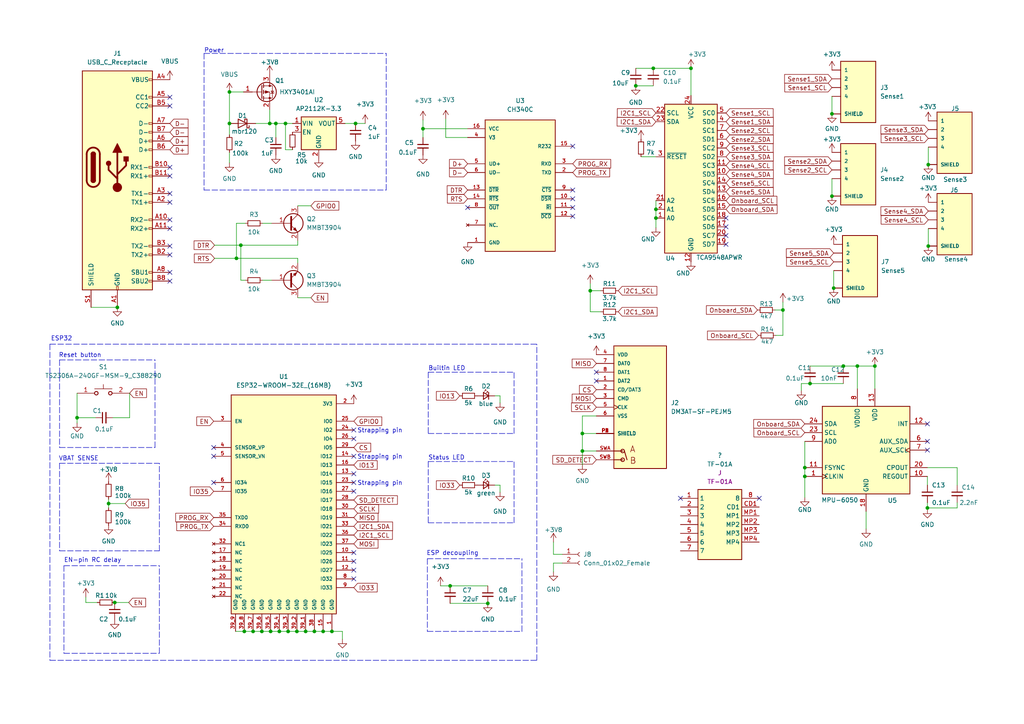
<source format=kicad_sch>
(kicad_sch (version 20211123) (generator eeschema)
  (paper "A4")
  (junction (at 88.646 183.134))
  (junction (at 241.808 83.566))
  (junction (at 34.036 89.154))
  (junction (at 80.01 35.814))
  (junction (at 190.246 63.246))
  (junction (at 141.478 175.006))
  (junction (at 86.106 183.134))
  (junction (at 130.556 169.926))
  (junction (at 241.3 56.896))
  (junction (at 66.548 26.67))
  (junction (at 22.352 121.158))
  (junction (at 168.91 125.73))
  (junction (at 78.486 183.134))
  (junction (at 233.426 138.176))
  (junction (at 96.266 183.134))
  (junction (at 248.666 106.172))
  (junction (at 83.566 183.134))
  (junction (at 66.548 35.814))
  (junction (at 103.124 35.814))
  (junction (at 234.95 111.252))
  (junction (at 269.24 47.752))
  (junction (at 268.986 147.32))
  (junction (at 70.866 183.134))
  (junction (at 69.85 71.12))
  (junction (at 82.804 35.814))
  (junction (at 68.58 74.93))
  (junction (at 244.602 106.172))
  (junction (at 269.24 71.374))
  (junction (at 31.496 146.05))
  (junction (at 33.274 174.752))
  (junction (at 73.406 183.134))
  (junction (at 227.076 89.916))
  (junction (at 171.196 84.328))
  (junction (at 78.232 35.814))
  (junction (at 233.426 135.636))
  (junction (at 93.726 183.134))
  (junction (at 253.746 106.172))
  (junction (at 122.682 37.338))
  (junction (at 200.406 19.812))
  (junction (at 91.186 183.134))
  (junction (at 241.3 33.02))
  (junction (at 184.404 24.892))
  (junction (at 81.026 183.134))
  (junction (at 190.246 60.706))
  (junction (at 189.484 19.812))
  (junction (at 168.91 130.81))
  (junction (at 75.946 183.134))
  (no_connect (at 172.974 107.95))
  (no_connect (at 268.986 130.556))
  (no_connect (at 102.616 127.254))
  (no_connect (at 172.974 110.49))
  (no_connect (at 102.616 132.334))
  (no_connect (at 61.976 132.334))
  (no_connect (at 49.276 51.054))
  (no_connect (at 102.616 160.274))
  (no_connect (at 135.636 60.198))
  (no_connect (at 49.276 48.514))
  (no_connect (at 197.358 144.526))
  (no_connect (at 49.276 66.294))
  (no_connect (at 220.218 144.526))
  (no_connect (at 49.276 28.194))
  (no_connect (at 49.276 78.994))
  (no_connect (at 102.616 124.714))
  (no_connect (at 49.276 81.534))
  (no_connect (at 102.616 167.894))
  (no_connect (at 61.976 139.954))
  (no_connect (at 49.276 73.914))
  (no_connect (at 61.976 129.794))
  (no_connect (at 166.116 60.198))
  (no_connect (at 49.276 71.374))
  (no_connect (at 268.986 122.936))
  (no_connect (at 102.616 165.354))
  (no_connect (at 210.566 65.786))
  (no_connect (at 102.616 137.414))
  (no_connect (at 210.566 63.246))
  (no_connect (at 166.116 42.418))
  (no_connect (at 49.276 56.134))
  (no_connect (at 102.616 139.954))
  (no_connect (at 166.116 62.738))
  (no_connect (at 102.616 142.494))
  (no_connect (at 210.566 68.326))
  (no_connect (at 49.276 58.674))
  (no_connect (at 210.566 70.866))
  (no_connect (at 49.276 30.734))
  (no_connect (at 166.116 55.118))
  (no_connect (at 268.986 128.016))
  (no_connect (at 166.116 57.658))
  (no_connect (at 49.276 63.754))
  (no_connect (at 102.616 162.814))
  (polyline (pts (xy 46.228 159.766) (xy 46.228 134.366)))
  (wire (pts (xy 145.034 114.808) (xy 145.034 116.84)))
  (wire (pts (xy 68.58 74.93) (xy 86.36 74.93)))
  (wire (pts (xy 70.612 26.67) (xy 66.548 26.67)))
  (wire (pts (xy 143.51 140.716) (xy 145.034 140.716)))
  (wire (pts (xy 27.686 121.158) (xy 22.352 121.158)))
  (wire (pts (xy 190.246 60.706) (xy 190.246 63.246)))
  (wire (pts (xy 232.41 111.252) (xy 232.41 113.284)))
  (wire (pts (xy 62.23 74.93) (xy 68.58 74.93)))
  (wire (pts (xy 171.196 84.328) (xy 174.244 84.328)))
  (wire (pts (xy 78.232 35.814) (xy 78.232 31.75)))
  (wire (pts (xy 73.406 183.134) (xy 75.946 183.134)))
  (wire (pts (xy 22.352 114.046) (xy 22.352 121.158)))
  (wire (pts (xy 32.766 121.158) (xy 37.592 121.158)))
  (wire (pts (xy 122.682 37.338) (xy 135.636 37.338)))
  (wire (pts (xy 168.91 120.65) (xy 168.91 125.73)))
  (wire (pts (xy 84.836 43.434) (xy 82.804 43.434)))
  (wire (pts (xy 31.496 146.05) (xy 36.322 146.05)))
  (polyline (pts (xy 17.272 104.394) (xy 17.272 129.794)))
  (wire (pts (xy 171.196 90.424) (xy 174.244 90.424)))
  (polyline (pts (xy 124.206 151.638) (xy 149.098 151.638)))
  (wire (pts (xy 31.496 146.05) (xy 31.496 147.32)))
  (wire (pts (xy 277.622 145.796) (xy 277.622 147.32)))
  (wire (pts (xy 143.51 114.808) (xy 145.034 114.808)))
  (polyline (pts (xy 151.384 183.134) (xy 151.384 162.052)))
  (polyline (pts (xy 59.182 15.494) (xy 112.014 15.494)))
  (wire (pts (xy 82.804 43.434) (xy 82.804 35.814)))
  (wire (pts (xy 200.406 19.812) (xy 200.406 27.686)))
  (wire (pts (xy 129.286 39.878) (xy 129.286 34.544)))
  (wire (pts (xy 62.23 71.12) (xy 69.85 71.12)))
  (wire (pts (xy 86.36 86.36) (xy 90.17 86.36)))
  (wire (pts (xy 86.106 183.134) (xy 88.646 183.134)))
  (polyline (pts (xy 123.952 183.134) (xy 151.384 183.134)))
  (wire (pts (xy 66.548 44.196) (xy 66.548 47.244)))
  (polyline (pts (xy 124.206 107.95) (xy 124.206 125.73)))
  (wire (pts (xy 91.186 183.134) (xy 93.726 183.134)))
  (wire (pts (xy 68.326 183.134) (xy 70.866 183.134)))
  (wire (pts (xy 172.974 130.81) (xy 168.91 130.81)))
  (polyline (pts (xy 123.952 162.052) (xy 123.952 183.134)))
  (wire (pts (xy 277.622 135.636) (xy 277.622 140.716)))
  (wire (pts (xy 269.24 42.672) (xy 269.24 47.752)))
  (wire (pts (xy 225.044 97.282) (xy 227.076 97.282)))
  (wire (pts (xy 268.986 135.636) (xy 277.622 135.636)))
  (wire (pts (xy 171.196 84.328) (xy 171.196 90.424)))
  (wire (pts (xy 130.556 175.006) (xy 141.478 175.006)))
  (wire (pts (xy 160.528 163.322) (xy 163.068 163.322)))
  (wire (pts (xy 86.36 71.12) (xy 86.36 69.85)))
  (polyline (pts (xy 18.542 164.084) (xy 18.542 189.484)))
  (wire (pts (xy 74.168 35.814) (xy 78.232 35.814)))
  (wire (pts (xy 33.274 174.752) (xy 37.338 174.752)))
  (wire (pts (xy 86.36 74.93) (xy 86.36 76.2)))
  (wire (pts (xy 160.528 165.862) (xy 160.528 163.322)))
  (polyline (pts (xy 59.182 55.118) (xy 112.014 55.118)))
  (wire (pts (xy 86.36 59.69) (xy 90.17 59.69)))
  (wire (pts (xy 185.928 45.466) (xy 190.246 45.466)))
  (wire (pts (xy 184.404 24.892) (xy 189.484 24.892)))
  (wire (pts (xy 83.566 183.134) (xy 86.106 183.134)))
  (polyline (pts (xy 149.098 151.638) (xy 149.098 133.858)))
  (polyline (pts (xy 14.478 99.822) (xy 155.702 99.822)))
  (wire (pts (xy 248.666 106.172) (xy 253.746 106.172)))
  (polyline (pts (xy 17.272 134.366) (xy 46.228 134.366)))
  (wire (pts (xy 99.314 183.134) (xy 99.314 185.42)))
  (wire (pts (xy 22.352 121.158) (xy 22.352 122.682)))
  (polyline (pts (xy 124.206 107.95) (xy 149.098 107.95)))
  (wire (pts (xy 233.426 135.636) (xy 233.426 138.176)))
  (wire (pts (xy 24.892 173.228) (xy 24.892 174.752)))
  (polyline (pts (xy 18.542 189.484) (xy 46.228 189.484)))
  (wire (pts (xy 189.484 19.812) (xy 200.406 19.812)))
  (wire (pts (xy 145.034 140.716) (xy 145.034 142.748)))
  (wire (pts (xy 130.556 169.926) (xy 141.478 169.926)))
  (wire (pts (xy 103.124 35.814) (xy 105.918 35.814)))
  (wire (pts (xy 71.12 64.77) (xy 68.58 64.77)))
  (wire (pts (xy 244.602 106.172) (xy 248.666 106.172)))
  (wire (pts (xy 68.58 64.77) (xy 68.58 74.93)))
  (polyline (pts (xy 155.702 191.516) (xy 155.702 99.822)))
  (wire (pts (xy 80.01 35.814) (xy 82.804 35.814)))
  (wire (pts (xy 100.076 35.814) (xy 103.124 35.814)))
  (wire (pts (xy 253.746 106.172) (xy 253.746 112.776)))
  (wire (pts (xy 248.666 112.776) (xy 248.666 106.172)))
  (polyline (pts (xy 14.478 191.516) (xy 155.702 191.516)))
  (polyline (pts (xy 149.098 125.73) (xy 149.098 107.95)))
  (wire (pts (xy 122.682 34.798) (xy 122.682 37.338)))
  (polyline (pts (xy 124.206 133.858) (xy 149.098 133.858)))
  (polyline (pts (xy 123.952 162.052) (xy 151.384 162.052)))
  (wire (pts (xy 81.026 183.134) (xy 83.566 183.134)))
  (wire (pts (xy 69.85 81.28) (xy 69.85 71.12)))
  (wire (pts (xy 234.95 111.252) (xy 232.41 111.252)))
  (wire (pts (xy 269.24 66.294) (xy 269.24 71.374)))
  (wire (pts (xy 24.892 174.752) (xy 28.194 174.752)))
  (polyline (pts (xy 44.958 129.794) (xy 44.958 104.394)))
  (wire (pts (xy 234.95 106.172) (xy 244.602 106.172)))
  (wire (pts (xy 37.592 114.046) (xy 37.592 121.158)))
  (wire (pts (xy 172.974 120.65) (xy 168.91 120.65)))
  (wire (pts (xy 241.3 27.94) (xy 241.3 33.02)))
  (wire (pts (xy 66.548 26.67) (xy 66.548 35.814)))
  (wire (pts (xy 70.866 183.134) (xy 73.406 183.134)))
  (wire (pts (xy 88.646 183.134) (xy 91.186 183.134)))
  (polyline (pts (xy 59.182 15.494) (xy 59.182 55.118)))
  (wire (pts (xy 66.548 35.814) (xy 66.548 39.116)))
  (wire (pts (xy 168.91 130.81) (xy 168.91 134.874)))
  (wire (pts (xy 76.2 81.28) (xy 78.74 81.28)))
  (polyline (pts (xy 112.014 55.118) (xy 112.014 15.494)))
  (wire (pts (xy 268.986 138.176) (xy 268.986 140.716)))
  (wire (pts (xy 233.426 138.176) (xy 233.426 144.272)))
  (wire (pts (xy 251.206 148.336) (xy 251.206 153.416)))
  (wire (pts (xy 93.726 183.134) (xy 96.266 183.134)))
  (wire (pts (xy 184.404 19.812) (xy 189.484 19.812)))
  (wire (pts (xy 227.076 87.63) (xy 227.076 89.916)))
  (wire (pts (xy 190.246 58.166) (xy 190.246 60.706)))
  (wire (pts (xy 190.246 63.246) (xy 190.246 66.04)))
  (polyline (pts (xy 17.272 129.794) (xy 44.958 129.794)))
  (wire (pts (xy 135.636 39.878) (xy 129.286 39.878)))
  (polyline (pts (xy 124.206 125.73) (xy 149.098 125.73)))
  (wire (pts (xy 268.986 147.32) (xy 268.986 145.796)))
  (wire (pts (xy 71.12 81.28) (xy 69.85 81.28)))
  (wire (pts (xy 277.622 147.32) (xy 268.986 147.32)))
  (wire (pts (xy 75.946 183.134) (xy 78.486 183.134)))
  (wire (pts (xy 224.79 89.916) (xy 227.076 89.916)))
  (wire (pts (xy 241.3 51.816) (xy 241.3 56.896)))
  (wire (pts (xy 122.682 37.338) (xy 122.682 39.878)))
  (polyline (pts (xy 17.272 104.394) (xy 44.958 104.394)))
  (wire (pts (xy 168.91 125.73) (xy 168.91 130.81)))
  (wire (pts (xy 76.2 64.77) (xy 78.74 64.77)))
  (polyline (pts (xy 18.542 164.084) (xy 46.228 164.084)))
  (wire (pts (xy 31.496 144.78) (xy 31.496 146.05)))
  (polyline (pts (xy 124.206 133.858) (xy 124.206 151.638)))
  (wire (pts (xy 268.986 147.701) (xy 268.986 147.32)))
  (wire (pts (xy 160.528 157.226) (xy 160.528 160.782)))
  (wire (pts (xy 171.196 82.296) (xy 171.196 84.328)))
  (wire (pts (xy 78.232 35.814) (xy 80.01 35.814)))
  (wire (pts (xy 69.85 71.12) (xy 86.36 71.12)))
  (wire (pts (xy 78.486 183.134) (xy 81.026 183.134)))
  (polyline (pts (xy 17.272 159.766) (xy 46.228 159.766)))
  (wire (pts (xy 160.528 160.782) (xy 163.068 160.782)))
  (wire (pts (xy 227.076 97.282) (xy 227.076 89.916)))
  (wire (pts (xy 80.01 35.814) (xy 80.01 39.878)))
  (wire (pts (xy 127.762 169.926) (xy 130.556 169.926)))
  (wire (pts (xy 233.426 128.016) (xy 233.426 135.636)))
  (polyline (pts (xy 46.228 189.484) (xy 46.228 164.084)))
  (wire (pts (xy 82.804 35.814) (xy 84.836 35.814)))
  (polyline (pts (xy 17.272 134.366) (xy 17.272 159.766)))
  (wire (pts (xy 168.91 125.73) (xy 172.974 125.73)))
  (polyline (pts (xy 14.478 99.822) (xy 14.478 191.516)))
  (wire (pts (xy 234.95 111.252) (xy 244.602 111.252)))
  (wire (pts (xy 26.416 89.154) (xy 34.036 89.154)))
  (wire (pts (xy 96.266 183.134) (xy 99.314 183.134)))
  (wire (pts (xy 241.808 78.486) (xy 241.808 83.566)))
  (text "Builtin LED\n" (at 124.206 107.696 0) (effects (font (size 1.27 1.27)) (justify left bottom)))
  (text "Strapping pin\n" (at 103.632 133.35 0) (effects (font (size 1.27 1.27)) (justify left bottom)))
  (text "Strapping pin\n" (at 103.632 125.73 0) (effects (font (size 1.27 1.27)) (justify left bottom)))
  (text "Status LED\n" (at 124.206 133.604 0) (effects (font (size 1.27 1.27)) (justify left bottom)))
  (text "ESP decoupling\n" (at 123.698 161.29 0) (effects (font (size 1.27 1.27)) (justify left bottom)))
  (text "Strapping pin\n" (at 103.632 140.97 0) (effects (font (size 1.27 1.27)) (justify left bottom)))
  (text "EN-pin RC delay\n" (at 18.542 163.322 0) (effects (font (size 1.27 1.27)) (justify left bottom)))
  (text "VBAT SENSE\n\n" (at 17.018 135.89 0) (effects (font (size 1.27 1.27)) (justify left bottom)))
  (text "Reset button\n" (at 17.018 103.886 0) (effects (font (size 1.27 1.27)) (justify left bottom)))
  (text "ESP32\n" (at 14.732 99.06 0) (effects (font (size 1.27 1.27)) (justify left bottom)))
  (text "Power\n" (at 59.182 15.494 0) (effects (font (size 1.27 1.27)) (justify left bottom)))
  (global_label "D+" (shape input) (at 49.276 43.434 0) (property "Intersheet References" "${INTERSHEET_REFS}" (effects hide)))
  (global_label "RTS" (shape input) (at 62.23 74.93 180) (property "Intersheet References" "${INTERSHEET_REFS}" (effects hide)))
  (global_label "PROG_RX" (shape input) (at 61.976 150.114 180) (property "Intersheet References" "${INTERSHEET_REFS}" (effects hide)))
  (global_label "I2C1_SDA" (shape input) (at 102.616 152.654 0) (property "Intersheet References" "${INTERSHEET_REFS}" (effects hide)))
  (global_label "IO13" (shape input) (at 133.35 114.808 180) (property "Intersheet References" "${INTERSHEET_REFS}" (effects hide)))
  (global_label "MISO" (shape input) (at 102.616 150.114 0) (property "Intersheet References" "${INTERSHEET_REFS}" (effects hide)))
  (global_label "Onboard_SCL" (shape input) (at 219.964 97.282 180) (property "Intersheet References" "${INTERSHEET_REFS}" (effects hide)))
  (global_label "SD_DETECT" (shape input) (at 102.616 145.034 0) (property "Intersheet References" "${INTERSHEET_REFS}" (effects hide)))
  (global_label "PROG_TX" (shape input) (at 166.116 50.038 0) (property "Intersheet References" "${INTERSHEET_REFS}" (effects hide)))
  (global_label "D+" (shape input) (at 135.636 47.498 180) (property "Intersheet References" "${INTERSHEET_REFS}" (effects hide)))
  (global_label "SCLK" (shape input) (at 102.616 147.574 0) (property "Intersheet References" "${INTERSHEET_REFS}" (effects hide)))
  (global_label "Sense1_SCL" (shape input) (at 241.3 25.4 180) (property "Intersheet References" "${INTERSHEET_REFS}" (effects hide)))
  (global_label "Onboard_SCL" (shape input) (at 233.426 125.476 180) (property "Intersheet References" "${INTERSHEET_REFS}" (effects hide)))
  (global_label "Sense5_SDA" (shape input) (at 210.566 55.626 0) (property "Intersheet References" "${INTERSHEET_REFS}" (effects hide)))
  (global_label "Onboard_SDA" (shape input) (at 210.566 60.706 0) (property "Intersheet References" "${INTERSHEET_REFS}" (effects hide)))
  (global_label "EN" (shape input) (at 90.17 86.36 0) (property "Intersheet References" "${INTERSHEET_REFS}" (effects hide)))
  (global_label "Sense4_SDA" (shape input) (at 269.24 61.214 180) (property "Intersheet References" "${INTERSHEET_REFS}" (effects hide)))
  (global_label "Sense4_SCL" (shape input) (at 210.566 48.006 0) (property "Intersheet References" "${INTERSHEET_REFS}" (effects hide)))
  (global_label "Onboard_SDA" (shape input) (at 219.71 89.916 180) (property "Intersheet References" "${INTERSHEET_REFS}" (effects hide)))
  (global_label "I2C1_SCL" (shape input) (at 102.616 155.194 0) (property "Intersheet References" "${INTERSHEET_REFS}" (effects hide)))
  (global_label "Sense5_SCL" (shape input) (at 210.566 53.086 0) (property "Intersheet References" "${INTERSHEET_REFS}" (effects hide)))
  (global_label "CS" (shape input) (at 172.974 113.03 180) (property "Intersheet References" "${INTERSHEET_REFS}" (effects hide)))
  (global_label "Sense3_SDA" (shape input) (at 210.566 45.466 0) (property "Intersheet References" "${INTERSHEET_REFS}" (effects hide)))
  (global_label "Sense2_SCL" (shape input) (at 210.566 37.846 0) (property "Intersheet References" "${INTERSHEET_REFS}" (effects hide)))
  (global_label "Sense1_SDA" (shape input) (at 241.3 22.86 180) (property "Intersheet References" "${INTERSHEET_REFS}" (effects hide)))
  (global_label "IO33" (shape input) (at 102.616 170.434 0) (property "Intersheet References" "${INTERSHEET_REFS}" (effects hide)))
  (global_label "RTS" (shape input) (at 135.636 57.658 180) (property "Intersheet References" "${INTERSHEET_REFS}" (effects hide)))
  (global_label "DTR" (shape input) (at 135.636 55.118 180) (property "Intersheet References" "${INTERSHEET_REFS}" (effects hide)))
  (global_label "Sense3_SCL" (shape input) (at 269.24 40.132 180) (property "Intersheet References" "${INTERSHEET_REFS}" (effects hide)))
  (global_label "GPIO0" (shape input) (at 90.17 59.69 0) (property "Intersheet References" "${INTERSHEET_REFS}" (effects hide)))
  (global_label "Onboard_SCL" (shape input) (at 210.566 58.166 0) (property "Intersheet References" "${INTERSHEET_REFS}" (effects hide)))
  (global_label "Sense4_SDA" (shape input) (at 210.566 50.546 0) (property "Intersheet References" "${INTERSHEET_REFS}" (effects hide)))
  (global_label "DTR" (shape input) (at 62.23 71.12 180) (property "Intersheet References" "${INTERSHEET_REFS}" (effects hide)))
  (global_label "SD_DETECT" (shape input) (at 172.974 133.35 180) (property "Intersheet References" "${INTERSHEET_REFS}" (effects hide)))
  (global_label "Sense3_SCL" (shape input) (at 210.566 42.926 0) (property "Intersheet References" "${INTERSHEET_REFS}" (effects hide)))
  (global_label "Sense5_SCL" (shape input) (at 241.808 75.946 180) (property "Intersheet References" "${INTERSHEET_REFS}" (effects hide)))
  (global_label "IO13" (shape input) (at 102.616 134.874 0) (property "Intersheet References" "${INTERSHEET_REFS}" (effects hide)))
  (global_label "SCLK" (shape input) (at 172.974 118.11 180) (property "Intersheet References" "${INTERSHEET_REFS}" (effects hide)))
  (global_label "EN" (shape input) (at 61.976 122.174 180) (property "Intersheet References" "${INTERSHEET_REFS}" (effects hide)))
  (global_label "Onboard_SDA" (shape input) (at 233.426 122.936 180) (property "Intersheet References" "${INTERSHEET_REFS}" (effects hide)))
  (global_label "IO35" (shape input) (at 36.322 146.05 0) (property "Intersheet References" "${INTERSHEET_REFS}" (effects hide)))
  (global_label "EN" (shape input) (at 37.592 114.046 0) (property "Intersheet References" "${INTERSHEET_REFS}" (effects hide)))
  (global_label "D-" (shape input) (at 49.276 38.354 0) (property "Intersheet References" "${INTERSHEET_REFS}" (effects hide)))
  (global_label "Sense5_SDA" (shape input) (at 241.808 73.406 180) (property "Intersheet References" "${INTERSHEET_REFS}" (effects hide)))
  (global_label "PROG_TX" (shape input) (at 61.976 152.654 180) (property "Intersheet References" "${INTERSHEET_REFS}" (effects hide)))
  (global_label "I2C1_SDA" (shape input) (at 190.246 35.306 180) (property "Intersheet References" "${INTERSHEET_REFS}" (effects hide)))
  (global_label "D+" (shape input) (at 49.276 40.894 0) (property "Intersheet References" "${INTERSHEET_REFS}" (effects hide)))
  (global_label "GPIO0" (shape input) (at 102.616 122.174 0) (property "Intersheet References" "${INTERSHEET_REFS}" (effects hide)))
  (global_label "I2C1_SCL" (shape input) (at 179.324 84.328 0) (property "Intersheet References" "${INTERSHEET_REFS}" (effects hide)))
  (global_label "I2C1_SCL" (shape input) (at 190.246 32.766 180) (property "Intersheet References" "${INTERSHEET_REFS}" (effects hide)))
  (global_label "Sense2_SCL" (shape input) (at 241.3 49.276 180) (property "Intersheet References" "${INTERSHEET_REFS}" (effects hide)))
  (global_label "Sense1_SDA" (shape input) (at 210.566 35.306 0) (property "Intersheet References" "${INTERSHEET_REFS}" (effects hide)))
  (global_label "Sense4_SCL" (shape input) (at 269.24 63.754 180) (property "Intersheet References" "${INTERSHEET_REFS}" (effects hide)))
  (global_label "D-" (shape input) (at 49.276 35.814 0) (property "Intersheet References" "${INTERSHEET_REFS}" (effects hide)))
  (global_label "CS" (shape input) (at 102.616 129.794 0) (property "Intersheet References" "${INTERSHEET_REFS}" (effects hide)))
  (global_label "MOSI" (shape input) (at 102.616 157.734 0) (property "Intersheet References" "${INTERSHEET_REFS}" (effects hide)))
  (global_label "Sense3_SDA" (shape input) (at 269.24 37.592 180) (property "Intersheet References" "${INTERSHEET_REFS}" (effects hide)))
  (global_label "I2C1_SDA" (shape input) (at 179.324 90.424 0) (property "Intersheet References" "${INTERSHEET_REFS}" (effects hide)))
  (global_label "IO33" (shape input) (at 133.35 140.716 180) (property "Intersheet References" "${INTERSHEET_REFS}" (effects hide)))
  (global_label "Sense2_SDA" (shape input) (at 241.3 46.736 180) (property "Intersheet References" "${INTERSHEET_REFS}" (effects hide)))
  (global_label "EN" (shape input) (at 37.338 174.752 0) (property "Intersheet References" "${INTERSHEET_REFS}" (effects hide)))
  (global_label "MOSI" (shape input) (at 172.974 115.57 180) (property "Intersheet References" "${INTERSHEET_REFS}" (effects hide)))
  (global_label "D-" (shape input) (at 135.636 50.038 180) (property "Intersheet References" "${INTERSHEET_REFS}" (effects hide)))
  (global_label "IO35" (shape input) (at 61.976 142.494 180) (property "Intersheet References" "${INTERSHEET_REFS}" (effects hide)))
  (global_label "Sense2_SDA" (shape input) (at 210.566 40.386 0) (property "Intersheet References" "${INTERSHEET_REFS}" (effects hide)))
  (global_label "PROG_RX" (shape input) (at 166.116 47.498 0) (property "Intersheet References" "${INTERSHEET_REFS}" (effects hide)))
  (global_label "Sense1_SCL" (shape input) (at 210.566 32.766 0) (property "Intersheet References" "${INTERSHEET_REFS}" (effects hide)))
  (global_label "MISO" (shape input) (at 172.974 105.41 180) (property "Intersheet References" "${INTERSHEET_REFS}" (effects hide)))
  (symbol (lib_id "Connector:Conn_01x02_Female") (at 168.148 160.782 0) (unit 1)
    (property "Reference" "J8" (at 169.164 160.7819 0) (effects (justify left)))
    (property "Value" "Conn_01x02_Female" (at 169.164 163.3219 0) (effects (justify left)))
    (property "Footprint" "lib_fp:HX25003-2AWB" (effects hide))
  )
  (symbol (lib_id "power:+3V3") (at 269.24 58.674 0) (unit 1)
    (property "Reference" "#PWR035" (effects hide))
    (property "Value" "+3V3" (at 269.24 54.61 0))
  )
  (symbol (lib_id "SM04B-SRSS-TB_LF__SN_:SM04B-SRSS-TB(LF)(SN)") (at 276.86 40.132 0) (unit 1)
    (property "Reference" "J5" (at 275.844 31.496 0) (effects (justify left)))
    (property "Value" "Sense3" (at 273.558 52.07 0) (effects (justify left)))
    (property "Footprint" "lib_fp:JST_SM04B-SRSS-TB(LF)(SN)" (effects hide))
    (property "MANUFACTURER" "JST" (effects hide))
    (property "STANDARD" "Manufacturer recommendations" (effects hide))
  )
  (symbol (lib_id "power:GND") (at 190.246 66.04 0) (unit 1)
    (property "Reference" "#PWR026" (effects hide))
    (property "Value" "GND" (at 187.96 69.342 0))
  )
  (symbol (lib_id "Device:R_Small") (at 73.66 64.77 90) (unit 1)
    (property "Reference" "R3" (at 73.66 62.23 90))
    (property "Value" "10k" (at 73.66 67.31 90))
    (property "Footprint" "Resistor_SMD:R_0603_1608Metric" (effects hide))
  )
  (symbol (lib_id "power:GND") (at 66.548 47.244 0) (unit 1)
    (property "Reference" "#PWR07" (effects hide))
    (property "Value" "GND" (at 66.548 51.816 0))
  )
  (symbol (lib_id "Device:LED_Small") (at 140.97 114.808 0) (mirror y) (unit 1)
    (property "Reference" "D2" (at 140.97 112.014 0))
    (property "Value" "blue" (at 140.97 117.094 0))
    (property "Footprint" "LED_SMD:LED_0603_1608Metric" (effects hide))
  )
  (symbol (lib_id "power:GND") (at 145.034 142.748 0) (mirror y) (unit 1)
    (property "Reference" "#PWR041" (effects hide))
    (property "Value" "GND" (at 145.034 148.336 0))
  )
  (symbol (lib_id "power:GND") (at 135.636 70.358 0) (mirror y) (unit 1)
    (property "Reference" "#PWR019" (effects hide))
    (property "Value" "GND" (at 135.636 75.946 0))
  )
  (symbol (lib_id "power:GND") (at 251.206 153.416 0) (unit 1)
    (property "Reference" "#PWR043" (effects hide))
    (property "Value" "GND" (at 251.206 157.861 0))
  )
  (symbol (lib_id "power:+3V3") (at 24.892 173.228 0) (unit 1)
    (property "Reference" "#PWR01" (effects hide))
    (property "Value" "+3V3" (at 24.892 169.164 0))
  )
  (symbol (lib_id "power:+3V3") (at 241.3 44.196 0) (unit 1)
    (property "Reference" "#PWR031" (effects hide))
    (property "Value" "+3V3" (at 241.3 40.386 0))
  )
  (symbol (lib_id "Device:C_Small") (at 244.602 108.712 0) (unit 1)
    (property "Reference" "C12" (at 241.046 107.188 0) (effects (justify left)))
    (property "Value" "10nF" (at 237.998 109.728 0) (effects (justify left)))
    (property "Footprint" "Capacitor_SMD:C_0603_1608Metric" (effects hide))
  )
  (symbol (lib_id "Device:C_Small") (at 234.95 108.712 0) (unit 1)
    (property "Reference" "C11" (at 231.394 106.68 0) (effects (justify left)))
    (property "Value" "0.1uF" (at 227.838 109.728 0) (effects (justify left)))
    (property "Footprint" "Capacitor_SMD:C_0603_1608Metric" (effects hide))
  )
  (symbol (lib_id "power:GND") (at 269.24 47.752 0) (unit 1)
    (property "Reference" "#PWR034" (effects hide))
    (property "Value" "GND" (at 269.24 51.562 0))
  )
  (symbol (lib_id "Device:R_Small") (at 176.784 84.328 90) (unit 1)
    (property "Reference" "R11" (at 176.784 82.296 90))
    (property "Value" "3.7k" (at 176.784 86.36 90))
    (property "Footprint" "Resistor_SMD:R_0603_1608Metric" (effects hide))
  )
  (symbol (lib_id "Device:R_Small") (at 185.928 42.926 0) (unit 1)
    (property "Reference" "R7" (at 187.452 41.6559 0) (effects (justify left)))
    (property "Value" "7k" (at 187.452 44.1959 0) (effects (justify left)))
    (property "Footprint" "Resistor_SMD:R_0603_1608Metric" (effects hide))
  )
  (symbol (lib_id "Device:LED_Small") (at 140.97 140.716 0) (mirror y) (unit 1)
    (property "Reference" "D3" (at 140.97 137.922 0))
    (property "Value" "green" (at 140.97 143.002 0))
    (property "Footprint" "LED_SMD:LED_0603_1608Metric" (effects hide))
  )
  (symbol (lib_id "power:+3V3") (at 253.746 106.172 0) (unit 1)
    (property "Reference" "#PWR045" (effects hide))
    (property "Value" "+3V3" (at 253.746 102.108 0))
  )
  (symbol (lib_id "Connector:USB_C_Receptacle") (at 34.036 48.514 0) (unit 1)
    (property "Reference" "J1" (at 34.036 15.494 0))
    (property "Value" "USB_C_Receptacle" (at 34.036 18.034 0))
    (property "Footprint" "lib_fp:TYPE-C-31-M-14" (effects hide))
    (property "Datasheet" "https://www.usb.org/sites/default/files/documents/usb_type-c.zip" (effects hide))
  )
  (symbol (lib_id "Device:C_Small") (at 141.478 172.466 0) (unit 1)
    (property "Reference" "C8" (at 144.526 171.2022 0) (effects (justify left)))
    (property "Value" "0.1uF" (at 144.526 173.7422 0) (effects (justify left)))
    (property "Footprint" "Capacitor_SMD:C_0603_1608Metric" (effects hide))
  )
  (symbol (lib_id "Device:C_Small") (at 189.484 22.352 0) (unit 1)
    (property "Reference" "C10" (at 192.278 21.0882 0) (effects (justify left)))
    (property "Value" "0.1uF" (at 192.278 23.6282 0) (effects (justify left)))
    (property "Footprint" "Capacitor_SMD:C_0603_1608Metric" (effects hide))
  )
  (symbol (lib_id "TF-01A:TF-01A") (at 197.358 144.526 0) (unit 1)
    (property "Reference" "?" (at 208.788 132.08 0))
    (property "Value" "TF-01A" (at 208.788 134.62 0))
    (property "Reference_1" "J" (at 208.788 137.16 0))
    (property "Value_1" "TF-01A" (at 208.788 139.7 0))
    (property "Footprint_1" "TF01A" (effects hide))
    (property "Datasheet_1" "https://datasheet.lcsc.com/szlcsc/1903221101_Korean-Hroparts-Elec-TF-01A_C91145.pdf" (effects hide))
    (property "Height" "1.85" (effects hide))
    (property "Manufacturer_Name" "Korean Hroparts Elec" (effects hide))
    (property "Manufacturer_Part_Number" "TF-01A" (effects hide))
  )
  (symbol (lib_id "power:VBUS") (at 49.276 23.114 0) (unit 1)
    (property "Reference" "#PWR05" (effects hide))
    (property "Value" "VBUS" (at 49.276 17.78 0))
  )
  (symbol (lib_id "Device:C_Small") (at 80.01 42.418 0) (unit 1)
    (property "Reference" "C3" (at 76.708 40.64 0) (effects (justify left)))
    (property "Value" "1uF" (at 75.692 44.45 0) (effects (justify left)))
    (property "Footprint" "Capacitor_SMD:C_0603_1608Metric" (effects hide))
  )
  (symbol (lib_id "power:VBUS") (at 66.548 26.67 0) (unit 1)
    (property "Reference" "#PWR06" (effects hide))
    (property "Value" "VBUS" (at 66.548 21.59 0))
  )
  (symbol (lib_id "power:GND") (at 141.478 175.006 0) (unit 1)
    (property "Reference" "#PWR020" (effects hide))
    (property "Value" "GND" (at 141.478 179.578 0))
  )
  (symbol (lib_id "power:+3V3") (at 227.076 87.63 0) (unit 1)
    (property "Reference" "#PWR08" (effects hide))
    (property "Value" "+3V3" (at 230.632 86.614 0))
  )
  (symbol (lib_id "power:GND") (at 241.808 83.566 0) (unit 1)
    (property "Reference" "#PWR038" (effects hide))
    (property "Value" "GND" (at 241.808 87.376 0))
  )
  (symbol (lib_id "Device:R_Small") (at 222.504 97.282 270) (unit 1)
    (property "Reference" "R14" (at 222.504 95.504 90))
    (property "Value" "4k7" (at 222.504 99.06 90))
    (property "Footprint" "Resistor_SMD:R_0603_1608Metric" (effects hide))
  )
  (symbol (lib_id "power:+3V8") (at 31.496 139.7 0) (unit 1)
    (property "Reference" "#PWR0101" (effects hide))
    (property "Value" "+3V8" (at 31.496 136.144 0))
  )
  (symbol (lib_id "power:GND") (at 22.352 122.682 0) (unit 1)
    (property "Reference" "#PWR02" (effects hide))
    (property "Value" "GND" (at 22.352 126.492 0))
  )
  (symbol (lib_id "Device:C_Small") (at 130.556 172.466 0) (unit 1)
    (property "Reference" "C7" (at 134.112 171.2022 0) (effects (justify left)))
    (property "Value" "22uF" (at 134.112 173.7422 0) (effects (justify left)))
    (property "Footprint" "Capacitor_SMD:C_0603_1608Metric" (effects hide))
  )
  (symbol (lib_id "power:GND") (at 233.426 144.272 0) (unit 1)
    (property "Reference" "#PWR0105" (effects hide))
    (property "Value" "GND" (at 231.394 147.828 0) (effects (justify left)))
  )
  (symbol (lib_id "SM04B-SRSS-TB_LF__SN_:SM04B-SRSS-TB(LF)(SN)") (at 276.86 63.754 0) (unit 1)
    (property "Reference" "J6" (at 275.59 55.118 0) (effects (justify left)))
    (property "Value" "Sense4" (at 273.812 75.184 0) (effects (justify left)))
    (property "Footprint" "lib_fp:JST_SM04B-SRSS-TB(LF)(SN)" (effects hide))
    (property "MANUFACTURER" "JST" (effects hide))
    (property "STANDARD" "Manufacturer recommendations" (effects hide))
  )
  (symbol (lib_id "power:GND") (at 99.314 185.42 0) (unit 1)
    (property "Reference" "#PWR012" (effects hide))
    (property "Value" "GND" (at 99.314 189.992 0))
  )
  (symbol (lib_id "SM04B-SRSS-TB_LF__SN_:SM04B-SRSS-TB(LF)(SN)") (at 248.92 49.276 0) (unit 1)
    (property "Reference" "J4" (at 255.27 49.2759 0) (effects (justify left)))
    (property "Value" "Sense2" (at 255.27 51.8159 0) (effects (justify left)))
    (property "Footprint" "lib_fp:JST_SM04B-SRSS-TB(LF)(SN)" (effects hide))
    (property "MANUFACTURER" "JST" (effects hide))
    (property "STANDARD" "Manufacturer recommendations" (effects hide))
  )
  (symbol (lib_id "power:+3V3") (at 269.24 35.052 0) (unit 1)
    (property "Reference" "#PWR033" (effects hide))
    (property "Value" "+3V3" (at 268.986 30.988 0))
  )
  (symbol (lib_id "power:GND") (at 241.3 33.02 0) (unit 1)
    (property "Reference" "#PWR030" (effects hide))
    (property "Value" "GND" (at 241.3 37.338 0))
  )
  (symbol (lib_id "power:GND") (at 241.3 56.896 0) (unit 1)
    (property "Reference" "#PWR032" (effects hide))
    (property "Value" "GND" (at 241.3 60.706 0))
  )
  (symbol (lib_id "SM04B-SRSS-TB_LF__SN_:SM04B-SRSS-TB(LF)(SN)") (at 248.92 25.4 0) (unit 1)
    (property "Reference" "J3" (at 255.27 25.3999 0) (effects (justify left)))
    (property "Value" "Sense1" (at 255.27 27.9399 0) (effects (justify left)))
    (property "Footprint" "lib_fp:JST_SM04B-SRSS-TB(LF)(SN)" (effects hide))
    (property "MANUFACTURER" "JST" (effects hide))
    (property "STANDARD" "Manufacturer recommendations" (effects hide))
  )
  (symbol (lib_id "Device:D_Schottky") (at 70.358 35.814 180) (unit 1)
    (property "Reference" "D1" (at 70.358 33.528 0))
    (property "Value" "mbr120" (at 70.866 38.1 0))
    (property "Footprint" "Diode_SMD:D_0603_1608Metric" (effects hide))
  )
  (symbol (lib_id "power:GND") (at 232.41 113.284 0) (unit 1)
    (property "Reference" "#PWR039" (effects hide))
    (property "Value" "GND" (at 230.378 116.84 0) (effects (justify left)))
  )
  (symbol (lib_id "Device:R_Small") (at 222.25 89.916 270) (unit 1)
    (property "Reference" "R13" (at 222.25 88.138 90))
    (property "Value" "4k7" (at 222.25 91.694 90))
    (property "Footprint" "Resistor_SMD:R_0603_1608Metric" (effects hide))
  )
  (symbol (lib_id "ESP32-WROOM-32E__16MB_:ESP32-WROOM-32E_(16MB)") (at 82.296 147.574 0) (unit 1)
    (property "Reference" "U1" (at 82.296 109.22 0))
    (property "Value" "ESP32-WROOM-32E_(16MB)" (at 82.296 111.76 0))
    (property "Footprint" "lib_fp:XCVR_ESP32-WROOM-32E_(16MB)" (effects hide))
    (property "MAXIMUM_PACKAGE_HEIGHT" "3.25mm" (effects hide))
    (property "PARTREV" "1.4" (effects hide))
    (property "MANUFACTURER" "Espressif Systems" (effects hide))
    (property "STANDARD" "Manufacturer Recommendations" (effects hide))
  )
  (symbol (lib_id "Regulator_Linear:AP2112K-3.3") (at 92.456 38.354 0) (unit 1)
    (property "Reference" "U2" (at 92.456 28.956 0))
    (property "Value" "AP2112K-3.3" (at 92.456 31.496 0))
    (property "Footprint" "Package_TO_SOT_SMD:SOT-23-5" (effects hide))
    (property "Datasheet" "https://www.diodes.com/assets/Datasheets/AP2112.pdf" (effects hide))
  )
  (symbol (lib_id "TS2306A-240GF-MSM-9_C388290:TS2306A-240GF-MSM-9_C388290") (at 22.352 114.046 0) (unit 1)
    (property "Reference" "S1" (at 29.972 106.426 0))
    (property "Value" "TS2306A-240GF-MSM-9_C388290" (at 29.972 108.966 0))
    (property "Footprint" "lib_fp:TS2306A240GFMSM9_C388290" (effects hide))
    (property "Datasheet" "https://datasheet.lcsc.com/szlcsc/1904241742_SHOU-HAN-TS2306A-240gf-MSM-9_C388290.pdf" (effects hide))
    (property "Description" "Tactile Switches SPST 3.00mm x 2.00mm 0.60mm 10mA @ 5VDC SMD RoHS" (effects hide))
    (property "Height" "1" (effects hide))
    (property "Manufacturer_Name" "Shou Han" (effects hide))
    (property "Manufacturer_Part_Number" "TS2306A-240GF-MSM-9_C388290" (effects hide))
  )
  (symbol (lib_id "Device:R_Small") (at 84.836 40.894 0) (unit 1)
    (property "Reference" "R5" (at 86.106 44.958 0) (effects (justify left)))
    (property "Value" "10k" (at 85.598 46.736 0) (effects (justify left)))
    (property "Footprint" "Resistor_SMD:R_0603_1608Metric" (effects hide))
  )
  (symbol (lib_id "power:+3V3") (at 102.616 117.094 0) (unit 1)
    (property "Reference" "#PWR011" (effects hide))
    (property "Value" "+3V3" (at 102.616 111.506 0))
  )
  (symbol (lib_id "power:+3V3") (at 105.918 35.814 0) (unit 1)
    (property "Reference" "#PWR014" (effects hide))
    (property "Value" "+3V3" (at 105.918 30.226 0))
  )
  (symbol (lib_id "power:GND") (at 184.404 24.892 0) (unit 1)
    (property "Reference" "#PWR025" (effects hide))
    (property "Value" "GND" (at 184.404 29.718 0))
  )
  (symbol (lib_id "Device:C_Small") (at 277.622 143.256 0) (unit 1)
    (property "Reference" "C14" (at 278.892 141.351 0) (effects (justify left)))
    (property "Value" "2.2nF" (at 278.257 145.796 0) (effects (justify left)))
    (property "Footprint" "Capacitor_SMD:C_0603_1608Metric" (effects hide))
  )
  (symbol (lib_id "power:GND") (at 160.528 165.862 0) (unit 1)
    (property "Reference" "#PWR044" (effects hide))
    (property "Value" "GND" (at 160.528 170.942 0))
  )
  (symbol (lib_id "Device:R_Small") (at 31.496 142.24 0) (unit 1)
    (property "Reference" "R8" (at 33.274 141.732 0) (effects (justify left)))
    (property "Value" "100k" (at 33.274 143.764 0) (effects (justify left)))
    (property "Footprint" "Resistor_SMD:R_0603_1608Metric" (effects hide))
  )
  (symbol (lib_id "power:GND") (at 122.682 44.958 0) (unit 1)
    (property "Reference" "#PWR016" (effects hide))
    (property "Value" "GND" (at 122.682 50.546 0))
  )
  (symbol (lib_id "power:GND") (at 80.01 44.958 0) (unit 1)
    (property "Reference" "#PWR09" (effects hide))
    (property "Value" "GND" (at 80.01 49.53 0))
  )
  (symbol (lib_id "power:+3V3") (at 172.974 102.87 0) (unit 1)
    (property "Reference" "#PWR023" (effects hide))
    (property "Value" "+3V3" (at 172.974 97.536 0))
  )
  (symbol (lib_id "Transistor_BJT:MMBT3904") (at 83.82 64.77 0) (unit 1)
    (property "Reference" "Q2" (at 88.9 63.4999 0) (effects (justify left)))
    (property "Value" "MMBT3904" (at 88.9 66.0399 0) (effects (justify left)))
    (property "Footprint" "Package_TO_SOT_SMD:SOT-23" (effects hide))
    (property "Datasheet" "https://www.onsemi.com/pub/Collateral/2N3903-D.PDF" (effects hide))
  )
  (symbol (lib_id "power:GND") (at 34.036 89.154 0) (unit 1)
    (property "Reference" "#PWR04" (effects hide))
    (property "Value" "GND" (at 34.036 93.726 0))
  )
  (symbol (lib_id "Device:R_Small") (at 135.89 114.808 90) (unit 1)
    (property "Reference" "R6" (at 135.89 112.776 90))
    (property "Value" "5k" (at 135.89 116.84 90))
    (property "Footprint" "Resistor_SMD:R_0603_1608Metric" (effects hide))
  )
  (symbol (lib_id "DM3AT-SF-PEJM5:DM3AT-SF-PEJM5") (at 185.674 118.11 0) (unit 1)
    (property "Reference" "J2" (at 194.564 116.8399 0) (effects (justify left)))
    (property "Value" "DM3AT-SF-PEJM5" (at 194.564 119.3799 0) (effects (justify left)))
    (property "Footprint" "lib_fp:HRS_DM3AT-SF-PEJM5" (effects hide))
    (property "DESCRIPTION" "DM3 RA SMT microSD memory card push/push" (effects hide))
    (property "MF" "Hirose" (effects hide))
    (property "AVAILABILITY" "Unavailable" (effects hide))
    (property "PRICE" "None" (effects hide))
    (property "MP" "DM3AT-SF-PEJM5" (effects hide))
    (property "PACKAGE" "None" (effects hide))
  )
  (symbol (lib_id "power:+3V3") (at 241.3 20.32 0) (unit 1)
    (property "Reference" "#PWR029" (effects hide))
    (property "Value" "+3V3" (at 241.3 15.748 0))
  )
  (symbol (lib_id "sensor-rescue:MPU-6050-Sensor_Motion") (at 251.206 130.556 0) (unit 1)
    (property "Reference" "U5" (at 258.826 145.161 0))
    (property "Value" "MPU-6050" (at 243.586 145.034 0))
    (property "Footprint" "Sensor_Motion:InvenSense_QFN-24_4x4mm_P0.5mm" (effects hide))
    (property "Datasheet" "https://store.invensense.com/datasheets/invensense/MPU-6050_DataSheet_V3%204.pdf" (effects hide))
  )
  (symbol (lib_id "Device:C_Small") (at 268.986 143.256 0) (unit 1)
    (property "Reference" "C13" (at 270.256 140.716 0) (effects (justify left)))
    (property "Value" "0.1uF" (at 270.256 145.796 0) (effects (justify left)))
    (property "Footprint" "Capacitor_SMD:C_0603_1608Metric" (effects hide))
  )
  (symbol (lib_id "power:GND") (at 200.406 75.946 0) (unit 1)
    (property "Reference" "#PWR028" (effects hide))
    (property "Value" "GND" (at 198.12 79.248 0))
  )
  (symbol (lib_id "CH340C:CH340C") (at 150.876 55.118 0) (mirror y) (unit 1)
    (property "Reference" "U3" (at 150.876 29.21 0))
    (property "Value" "CH340C" (at 150.876 31.75 0))
    (property "Footprint" "lib_fp:SOIC127P600X180-16N" (effects hide))
    (property "MAXIMUM_PACKAGE_HEIGHT" "1.8 mm" (effects hide))
    (property "PARTREV" "2G" (effects hide))
    (property "STANDARD" "IPC 7351B" (effects hide))
    (property "MANUFACTURER" "WCH" (effects hide))
  )
  (symbol (lib_id "power:+3V3") (at 122.682 34.798 0) (unit 1)
    (property "Reference" "#PWR010" (effects hide))
    (property "Value" "+3V3" (at 122.682 29.21 0))
  )
  (symbol (lib_id "Device:R_Small") (at 31.496 149.86 0) (unit 1)
    (property "Reference" "R9" (at 33.274 149.352 0) (effects (justify left)))
    (property "Value" "100k" (at 33.274 151.384 0) (effects (justify left)))
    (property "Footprint" "Resistor_SMD:R_0603_1608Metric" (effects hide))
  )
  (symbol (lib_id "Device:R_Small") (at 176.784 90.424 90) (unit 1)
    (property "Reference" "R12" (at 176.784 88.392 90))
    (property "Value" "3.7k" (at 176.784 92.456 90))
    (property "Footprint" "Resistor_SMD:R_0603_1608Metric" (effects hide))
  )
  (symbol (lib_id "power:GND") (at 92.456 45.974 0) (unit 1)
    (property "Reference" "#PWR0104" (effects hide))
    (property "Value" "GND" (at 92.456 50.8 0))
  )
  (symbol (lib_id "Device:C_Small") (at 33.274 177.292 0) (unit 1)
    (property "Reference" "C2" (at 28.702 179.578 0) (effects (justify left)))
    (property "Value" "0.1uF" (at 34.29 179.578 0) (effects (justify left)))
    (property "Footprint" "Capacitor_SMD:C_0603_1608Metric" (effects hide))
  )
  (symbol (lib_id "power:+3V3") (at 129.286 34.544 0) (unit 1)
    (property "Reference" "#PWR015" (effects hide))
    (property "Value" "+3V3" (at 129.286 28.956 0))
  )
  (symbol (lib_id "Device:R_Small") (at 66.548 41.656 0) (unit 1)
    (property "Reference" "R2" (at 67.818 41.656 0) (effects (justify left)))
    (property "Value" "100k" (at 67.31 44.45 0) (effects (justify left)))
    (property "Footprint" "Resistor_SMD:R_0603_1608Metric" (effects hide))
  )
  (symbol (lib_id "Device:R_Small") (at 73.66 81.28 90) (unit 1)
    (property "Reference" "R4" (at 73.66 78.74 90))
    (property "Value" "10k" (at 73.66 83.82 90))
    (property "Footprint" "Resistor_SMD:R_0603_1608Metric" (effects hide))
  )
  (symbol (lib_id "Transistor_BJT:MMBT3904") (at 83.82 81.28 0) (mirror x) (unit 1)
    (property "Reference" "Q3" (at 88.9 80.0099 0) (effects (justify left)))
    (property "Value" "MMBT3904" (at 88.9 82.5499 0) (effects (justify left)))
    (property "Footprint" "Package_TO_SOT_SMD:SOT-23" (effects hide))
    (property "Datasheet" "https://www.onsemi.com/pub/Collateral/2N3903-D.PDF" (effects hide))
  )
  (symbol (lib_id "Device:R_Small") (at 30.734 174.752 90) (unit 1)
    (property "Reference" "R1" (at 28.956 172.72 90))
    (property "Value" "10k" (at 32.258 172.72 90))
    (property "Footprint" "Resistor_SMD:R_0603_1608Metric" (effects hide))
  )
  (symbol (lib_id "power:+3V3") (at 171.196 82.296 0) (unit 1)
    (property "Reference" "#PWR042" (effects hide))
    (property "Value" "+3V3" (at 171.196 76.962 0))
  )
  (symbol (lib_id "power:GND") (at 33.274 179.832 0) (unit 1)
    (property "Reference" "#PWR03" (effects hide))
    (property "Value" "GND" (at 33.274 184.15 0))
  )
  (symbol (lib_id "Device:C_Small") (at 122.682 42.418 0) (unit 1)
    (property "Reference" "C5" (at 117.348 41.402 0) (effects (justify left)))
    (property "Value" "0.1uF" (at 115.57 44.196 0) (effects (justify left)))
    (property "Footprint" "Capacitor_SMD:C_0603_1608Metric" (effects hide))
  )
  (symbol (lib_id "Transistor_FET:AO3401A") (at 75.692 26.67 0) (unit 1)
    (property "Reference" "Q1" (at 79.756 23.368 0) (effects (justify left)))
    (property "Value" "HXY3401AI" (at 81.026 26.67 0) (effects (justify left)))
    (property "Footprint" "Package_TO_SOT_SMD:SOT-23" (effects hide))
    (property "Datasheet" "http://www.aosmd.com/pdfs/datasheet/AO3401A.pdf" (effects hide))
  )
  (symbol (lib_id "power:+3V3") (at 200.406 19.812 0) (unit 1)
    (property "Reference" "#PWR027" (effects hide))
    (property "Value" "+3V3" (at 202.184 15.748 0))
  )
  (symbol (lib_id "power:GND") (at 103.124 40.894 0) (unit 1)
    (property "Reference" "#PWR013" (effects hide))
    (property "Value" "GND" (at 103.124 45.466 0))
  )
  (symbol (lib_id "power:GND") (at 269.24 71.374 0) (unit 1)
    (property "Reference" "#PWR036" (effects hide))
    (property "Value" "GND" (at 269.24 75.184 0))
  )
  (symbol (lib_id "power:GND") (at 168.91 134.874 0) (unit 1)
    (property "Reference" "#PWR022" (effects hide))
    (property "Value" "GND" (at 168.91 139.446 0))
  )
  (symbol (lib_id "power:+3V8") (at 78.232 21.59 0) (unit 1)
    (property "Reference" "#PWR0102" (effects hide))
    (property "Value" "+3V8" (at 78.232 18.034 0))
  )
  (symbol (lib_id "Device:C_Small") (at 184.404 22.352 0) (unit 1)
    (property "Reference" "C9" (at 180.086 21.082 0) (effects (justify left)))
    (property "Value" "10uF" (at 177.546 24.13 0) (effects (justify left)))
    (property "Footprint" "Capacitor_SMD:C_0603_1608Metric" (effects hide))
  )
  (symbol (lib_id "Interface_Expansion:TCA9548APWR") (at 200.406 50.546 0) (unit 1)
    (property "Reference" "U4" (at 193.04 74.93 0) (effects (justify left)))
    (property "Value" "TCA9548APWR" (at 201.93 74.676 0) (effects (justify left)))
    (property "Footprint" "Package_SO:TSSOP-24_4.4x7.8mm_P0.65mm" (effects hide))
    (property "Datasheet" "http://www.ti.com/lit/ds/symlink/tca9548a.pdf" (effects hide))
  )
  (symbol (lib_id "Device:C_Small") (at 30.226 121.158 90) (unit 1)
    (property "Reference" "C1" (at 28.194 119.126 90))
    (property "Value" "0.1uF" (at 30.226 124.46 90))
    (property "Footprint" "Capacitor_SMD:C_0603_1608Metric" (effects hide))
  )
  (symbol (lib_id "power:GND") (at 31.496 152.4 0) (unit 1)
    (property "Reference" "#PWR040" (effects hide))
    (property "Value" "GND" (at 31.496 156.972 0))
  )
  (symbol (lib_id "power:+3V8") (at 160.528 157.226 0) (unit 1)
    (property "Reference" "#PWR0103" (effects hide))
    (property "Value" "+3V8" (at 160.528 153.67 0))
  )
  (symbol (lib_id "power:+3V3") (at 185.928 40.386 0) (unit 1)
    (property "Reference" "#PWR024" (effects hide))
    (property "Value" "+3V3" (at 182.372 37.846 0))
  )
  (symbol (lib_id "power:+3V3") (at 241.808 70.866 0) (unit 1)
    (property "Reference" "#PWR037" (effects hide))
    (property "Value" "+3V3" (at 241.808 66.548 0))
  )
  (symbol (lib_id "SM04B-SRSS-TB_LF__SN_:SM04B-SRSS-TB(LF)(SN)") (at 249.428 75.946 0) (unit 1)
    (property "Reference" "J7" (at 255.524 75.9459 0) (effects (justify left)))
    (property "Value" "Sense5" (at 255.524 78.4859 0) (effects (justify left)))
    (property "Footprint" "lib_fp:JST_SM04B-SRSS-TB(LF)(SN)" (effects hide))
    (property "MANUFACTURER" "JST" (effects hide))
    (property "STANDARD" "Manufacturer recommendations" (effects hide))
  )
  (symbol (lib_id "power:+3V3") (at 127.762 169.926 0) (unit 1)
    (property "Reference" "#PWR018" (effects hide))
    (property "Value" "+3V3" (at 127.762 164.338 0))
  )
  (symbol (lib_id "power:GND") (at 145.034 116.84 0) (mirror y) (unit 1)
    (property "Reference" "#PWR021" (effects hide))
    (property "Value" "GND" (at 145.034 122.428 0))
  )
  (symbol (lib_id "Device:R_Small") (at 135.89 140.716 90) (unit 1)
    (property "Reference" "R10" (at 135.89 138.684 90))
    (property "Value" "5k" (at 135.89 142.748 90))
    (property "Footprint" "Resistor_SMD:R_0603_1608Metric" (effects hide))
  )
  (symbol (lib_id "power:GND") (at 268.986 147.701 0) (unit 1)
    (property "Reference" "#PWR046" (effects hide))
    (property "Value" "GND" (at 268.986 152.146 0))
  )
  (symbol (lib_id "Device:C_Small") (at 103.124 38.354 0) (unit 1)
    (property "Reference" "C4" (at 106.68 37.0902 0) (effects (justify left)))
    (property "Value" "1uF" (at 106.68 39.6302 0) (effects (justify left)))
    (property "Footprint" "Capacitor_SMD:C_0603_1608Metric" (effects hide))
  )
)
</source>
